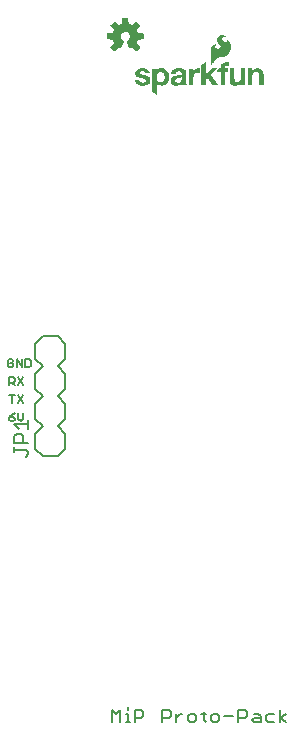
<source format=gbr>
G04 EAGLE Gerber RS-274X export*
G75*
%MOMM*%
%FSLAX34Y34*%
%LPD*%
%INSilkscreen Top*%
%IPPOS*%
%AMOC8*
5,1,8,0,0,1.08239X$1,22.5*%
G01*
%ADD10C,0.203200*%
%ADD11C,0.127000*%

G36*
X-54180Y584346D02*
X-54180Y584346D01*
X-54072Y584356D01*
X-54059Y584362D01*
X-54046Y584364D01*
X-53948Y584412D01*
X-53849Y584457D01*
X-53836Y584468D01*
X-53827Y584472D01*
X-53812Y584488D01*
X-53735Y584550D01*
X-51150Y587135D01*
X-51087Y587224D01*
X-51021Y587309D01*
X-51016Y587322D01*
X-51008Y587334D01*
X-50977Y587437D01*
X-50941Y587540D01*
X-50941Y587554D01*
X-50937Y587567D01*
X-50941Y587675D01*
X-50940Y587784D01*
X-50945Y587797D01*
X-50945Y587811D01*
X-50983Y587913D01*
X-51018Y588015D01*
X-51027Y588030D01*
X-51031Y588039D01*
X-51045Y588056D01*
X-51099Y588138D01*
X-53863Y591528D01*
X-53306Y592610D01*
X-53300Y592630D01*
X-53258Y592725D01*
X-52887Y593884D01*
X-48536Y594327D01*
X-48432Y594355D01*
X-48326Y594380D01*
X-48314Y594387D01*
X-48301Y594390D01*
X-48211Y594451D01*
X-48118Y594508D01*
X-48110Y594519D01*
X-48098Y594527D01*
X-48032Y594613D01*
X-47964Y594697D01*
X-47959Y594710D01*
X-47950Y594721D01*
X-47916Y594824D01*
X-47877Y594925D01*
X-47876Y594943D01*
X-47872Y594952D01*
X-47873Y594974D01*
X-47863Y595072D01*
X-47863Y598728D01*
X-47880Y598835D01*
X-47894Y598943D01*
X-47900Y598955D01*
X-47902Y598969D01*
X-47954Y599065D01*
X-48001Y599162D01*
X-48011Y599172D01*
X-48017Y599184D01*
X-48097Y599258D01*
X-48173Y599335D01*
X-48185Y599341D01*
X-48196Y599351D01*
X-48294Y599396D01*
X-48391Y599444D01*
X-48409Y599448D01*
X-48418Y599452D01*
X-48439Y599454D01*
X-48536Y599473D01*
X-52887Y599916D01*
X-53258Y601075D01*
X-53267Y601092D01*
X-53269Y601100D01*
X-53273Y601107D01*
X-53306Y601190D01*
X-53863Y602272D01*
X-51099Y605662D01*
X-51045Y605756D01*
X-50988Y605848D01*
X-50985Y605861D01*
X-50978Y605873D01*
X-50957Y605980D01*
X-50932Y606085D01*
X-50934Y606099D01*
X-50931Y606113D01*
X-50946Y606220D01*
X-50956Y606328D01*
X-50962Y606341D01*
X-50964Y606355D01*
X-51012Y606452D01*
X-51057Y606551D01*
X-51068Y606564D01*
X-51072Y606573D01*
X-51088Y606588D01*
X-51150Y606665D01*
X-53735Y609250D01*
X-53824Y609313D01*
X-53909Y609379D01*
X-53922Y609384D01*
X-53934Y609392D01*
X-54037Y609423D01*
X-54140Y609459D01*
X-54154Y609459D01*
X-54167Y609463D01*
X-54275Y609459D01*
X-54384Y609460D01*
X-54397Y609455D01*
X-54411Y609455D01*
X-54513Y609417D01*
X-54615Y609382D01*
X-54630Y609373D01*
X-54639Y609369D01*
X-54656Y609355D01*
X-54738Y609301D01*
X-58128Y606537D01*
X-59210Y607094D01*
X-59230Y607100D01*
X-59325Y607142D01*
X-60484Y607513D01*
X-60927Y611864D01*
X-60955Y611968D01*
X-60980Y612074D01*
X-60987Y612086D01*
X-60990Y612099D01*
X-61051Y612189D01*
X-61108Y612282D01*
X-61119Y612290D01*
X-61127Y612302D01*
X-61213Y612368D01*
X-61297Y612437D01*
X-61310Y612441D01*
X-61321Y612450D01*
X-61424Y612484D01*
X-61525Y612523D01*
X-61543Y612524D01*
X-61552Y612528D01*
X-61574Y612528D01*
X-61672Y612537D01*
X-65328Y612537D01*
X-65435Y612520D01*
X-65543Y612506D01*
X-65555Y612500D01*
X-65569Y612498D01*
X-65665Y612446D01*
X-65762Y612399D01*
X-65772Y612389D01*
X-65784Y612383D01*
X-65858Y612303D01*
X-65935Y612227D01*
X-65941Y612215D01*
X-65951Y612205D01*
X-65996Y612106D01*
X-66044Y612009D01*
X-66048Y611991D01*
X-66052Y611982D01*
X-66054Y611961D01*
X-66073Y611864D01*
X-66516Y607513D01*
X-67675Y607142D01*
X-67693Y607132D01*
X-67790Y607094D01*
X-68872Y606537D01*
X-72262Y609301D01*
X-72356Y609355D01*
X-72448Y609412D01*
X-72461Y609415D01*
X-72473Y609422D01*
X-72580Y609443D01*
X-72685Y609468D01*
X-72699Y609466D01*
X-72713Y609469D01*
X-72820Y609454D01*
X-72928Y609444D01*
X-72941Y609438D01*
X-72955Y609436D01*
X-73052Y609388D01*
X-73151Y609343D01*
X-73164Y609332D01*
X-73173Y609328D01*
X-73188Y609312D01*
X-73265Y609250D01*
X-75850Y606665D01*
X-75913Y606576D01*
X-75979Y606491D01*
X-75984Y606478D01*
X-75992Y606466D01*
X-76023Y606363D01*
X-76059Y606260D01*
X-76059Y606246D01*
X-76063Y606233D01*
X-76059Y606125D01*
X-76060Y606016D01*
X-76055Y606003D01*
X-76055Y605989D01*
X-76017Y605887D01*
X-75982Y605785D01*
X-75973Y605770D01*
X-75969Y605761D01*
X-75955Y605744D01*
X-75901Y605662D01*
X-73137Y602272D01*
X-73694Y601190D01*
X-73700Y601170D01*
X-73742Y601075D01*
X-74113Y599916D01*
X-78464Y599473D01*
X-78568Y599445D01*
X-78674Y599420D01*
X-78686Y599413D01*
X-78699Y599410D01*
X-78789Y599349D01*
X-78882Y599292D01*
X-78890Y599281D01*
X-78902Y599273D01*
X-78968Y599187D01*
X-79037Y599103D01*
X-79041Y599090D01*
X-79050Y599079D01*
X-79084Y598976D01*
X-79123Y598875D01*
X-79124Y598857D01*
X-79128Y598848D01*
X-79128Y598826D01*
X-79137Y598728D01*
X-79137Y595072D01*
X-79120Y594965D01*
X-79106Y594857D01*
X-79100Y594845D01*
X-79098Y594831D01*
X-79046Y594735D01*
X-78999Y594638D01*
X-78989Y594628D01*
X-78983Y594616D01*
X-78903Y594542D01*
X-78827Y594465D01*
X-78815Y594459D01*
X-78805Y594449D01*
X-78706Y594404D01*
X-78609Y594356D01*
X-78591Y594352D01*
X-78582Y594348D01*
X-78561Y594346D01*
X-78464Y594327D01*
X-74113Y593884D01*
X-73742Y592725D01*
X-73732Y592707D01*
X-73694Y592610D01*
X-73137Y591528D01*
X-75901Y588138D01*
X-75955Y588044D01*
X-76012Y587952D01*
X-76015Y587939D01*
X-76022Y587927D01*
X-76043Y587820D01*
X-76068Y587715D01*
X-76066Y587701D01*
X-76069Y587687D01*
X-76054Y587580D01*
X-76044Y587472D01*
X-76038Y587459D01*
X-76036Y587446D01*
X-75988Y587348D01*
X-75943Y587249D01*
X-75932Y587236D01*
X-75928Y587227D01*
X-75912Y587212D01*
X-75850Y587135D01*
X-73265Y584550D01*
X-73176Y584487D01*
X-73091Y584421D01*
X-73078Y584416D01*
X-73066Y584408D01*
X-72963Y584377D01*
X-72860Y584341D01*
X-72846Y584341D01*
X-72833Y584337D01*
X-72725Y584341D01*
X-72616Y584340D01*
X-72603Y584345D01*
X-72589Y584345D01*
X-72487Y584383D01*
X-72385Y584418D01*
X-72370Y584427D01*
X-72361Y584431D01*
X-72344Y584445D01*
X-72262Y584499D01*
X-68872Y587263D01*
X-67790Y586706D01*
X-67737Y586689D01*
X-67688Y586663D01*
X-67622Y586652D01*
X-67558Y586631D01*
X-67502Y586632D01*
X-67448Y586623D01*
X-67381Y586634D01*
X-67314Y586635D01*
X-67262Y586653D01*
X-67207Y586662D01*
X-67147Y586694D01*
X-67084Y586717D01*
X-67041Y586751D01*
X-66992Y586777D01*
X-66945Y586826D01*
X-66893Y586868D01*
X-66863Y586915D01*
X-66825Y586955D01*
X-66768Y587060D01*
X-66760Y587073D01*
X-66759Y587078D01*
X-66755Y587085D01*
X-64602Y592282D01*
X-64582Y592366D01*
X-64577Y592378D01*
X-64575Y592394D01*
X-64550Y592480D01*
X-64551Y592500D01*
X-64546Y592520D01*
X-64554Y592602D01*
X-64553Y592621D01*
X-64557Y592641D01*
X-64561Y592724D01*
X-64568Y592743D01*
X-64570Y592763D01*
X-64602Y592832D01*
X-64608Y592859D01*
X-64623Y592883D01*
X-64650Y592952D01*
X-64663Y592967D01*
X-64671Y592985D01*
X-64716Y593034D01*
X-64737Y593066D01*
X-64768Y593092D01*
X-64807Y593138D01*
X-64828Y593153D01*
X-64838Y593163D01*
X-64859Y593175D01*
X-64922Y593219D01*
X-64925Y593221D01*
X-64926Y593221D01*
X-64928Y593223D01*
X-65812Y593718D01*
X-66491Y594345D01*
X-67005Y595114D01*
X-67325Y595982D01*
X-67433Y596899D01*
X-67320Y597834D01*
X-66989Y598715D01*
X-66457Y599492D01*
X-65756Y600121D01*
X-64926Y600564D01*
X-64014Y600798D01*
X-63073Y600808D01*
X-62156Y600594D01*
X-61316Y600169D01*
X-60602Y599556D01*
X-60053Y598791D01*
X-59702Y597917D01*
X-59569Y596985D01*
X-59661Y596048D01*
X-59973Y595160D01*
X-60488Y594372D01*
X-61175Y593728D01*
X-62074Y593222D01*
X-62115Y593189D01*
X-62156Y593167D01*
X-62187Y593134D01*
X-62235Y593099D01*
X-62248Y593082D01*
X-62264Y593069D01*
X-62299Y593015D01*
X-62323Y592989D01*
X-62336Y592958D01*
X-62378Y592901D01*
X-62384Y592881D01*
X-62395Y592863D01*
X-62413Y592790D01*
X-62423Y592767D01*
X-62426Y592743D01*
X-62449Y592668D01*
X-62448Y592647D01*
X-62453Y592626D01*
X-62446Y592542D01*
X-62447Y592524D01*
X-62444Y592508D01*
X-62441Y592424D01*
X-62433Y592398D01*
X-62432Y592383D01*
X-62422Y592361D01*
X-62398Y592282D01*
X-62090Y591537D01*
X-62089Y591537D01*
X-61779Y590788D01*
X-61469Y590039D01*
X-61469Y590038D01*
X-61158Y589290D01*
X-61158Y589289D01*
X-60848Y588540D01*
X-60538Y587791D01*
X-60537Y587791D01*
X-60245Y587085D01*
X-60216Y587038D01*
X-60195Y586986D01*
X-60152Y586935D01*
X-60116Y586878D01*
X-60073Y586843D01*
X-60037Y586800D01*
X-59980Y586766D01*
X-59928Y586723D01*
X-59876Y586704D01*
X-59828Y586675D01*
X-59762Y586661D01*
X-59699Y586637D01*
X-59644Y586635D01*
X-59590Y586624D01*
X-59523Y586631D01*
X-59456Y586629D01*
X-59402Y586645D01*
X-59347Y586652D01*
X-59236Y586696D01*
X-59222Y586700D01*
X-59218Y586703D01*
X-59210Y586706D01*
X-58128Y587263D01*
X-54738Y584499D01*
X-54644Y584445D01*
X-54552Y584388D01*
X-54539Y584385D01*
X-54527Y584378D01*
X-54420Y584357D01*
X-54315Y584332D01*
X-54301Y584334D01*
X-54287Y584331D01*
X-54180Y584346D01*
G37*
G36*
X9012Y572597D02*
X9012Y572597D01*
X9014Y572597D01*
X9214Y572897D01*
X9514Y573196D01*
X9514Y573197D01*
X9814Y573597D01*
X10314Y574096D01*
X10314Y574097D01*
X10814Y574697D01*
X11414Y575296D01*
X11414Y575297D01*
X11914Y575997D01*
X13214Y577296D01*
X13214Y577297D01*
X13713Y577896D01*
X14213Y578296D01*
X14713Y578696D01*
X15212Y578995D01*
X15810Y579095D01*
X17710Y579095D01*
X17711Y579095D01*
X18911Y579295D01*
X20011Y579595D01*
X20012Y579596D01*
X20012Y579595D01*
X21012Y579995D01*
X21012Y579996D01*
X21013Y579996D01*
X22013Y580596D01*
X22813Y581296D01*
X22814Y581296D01*
X23614Y582096D01*
X23614Y582097D01*
X24314Y582997D01*
X24314Y582998D01*
X25314Y584798D01*
X25315Y584799D01*
X25815Y586599D01*
X25814Y586599D01*
X25815Y586600D01*
X25915Y588400D01*
X25915Y588401D01*
X25615Y590001D01*
X25614Y590001D01*
X25615Y590002D01*
X25115Y591402D01*
X25114Y591402D01*
X25114Y591403D01*
X24414Y592603D01*
X23614Y593503D01*
X23613Y593503D01*
X23612Y593504D01*
X22812Y593904D01*
X22811Y593904D01*
X22811Y593905D01*
X22809Y593904D01*
X22806Y593903D01*
X22806Y593901D01*
X22805Y593900D01*
X22805Y593101D01*
X22705Y592802D01*
X22606Y592503D01*
X22308Y592305D01*
X22009Y592205D01*
X21311Y592205D01*
X20512Y592604D01*
X20213Y592804D01*
X19813Y593104D01*
X19513Y593304D01*
X19214Y593603D01*
X19014Y594002D01*
X19014Y594003D01*
X18815Y594302D01*
X18715Y594701D01*
X18715Y594702D01*
X18615Y595000D01*
X18715Y595298D01*
X18814Y595498D01*
X18815Y595498D01*
X18915Y595798D01*
X19114Y596097D01*
X19513Y596396D01*
X19912Y596595D01*
X20411Y596695D01*
X20811Y596795D01*
X21109Y596795D01*
X21408Y596695D01*
X21409Y596696D01*
X21410Y596695D01*
X21710Y596695D01*
X21711Y596696D01*
X21713Y596696D01*
X21713Y596698D01*
X21715Y596699D01*
X21713Y596701D01*
X21714Y596704D01*
X21614Y596804D01*
X21613Y596804D01*
X21213Y597104D01*
X21212Y597104D01*
X20612Y597404D01*
X20612Y597405D01*
X19812Y597705D01*
X18912Y598005D01*
X18911Y598004D01*
X18910Y598005D01*
X17910Y598005D01*
X17909Y598005D01*
X16809Y597805D01*
X16808Y597804D01*
X15708Y597204D01*
X15707Y597204D01*
X14807Y596404D01*
X14807Y596403D01*
X14806Y596403D01*
X14306Y595703D01*
X14306Y595702D01*
X14305Y595702D01*
X14005Y594802D01*
X14005Y594801D01*
X14006Y594801D01*
X14005Y594800D01*
X14005Y594000D01*
X14006Y593999D01*
X14005Y593999D01*
X14205Y593099D01*
X14206Y593098D01*
X14706Y592198D01*
X14706Y592197D01*
X15406Y591397D01*
X16206Y590497D01*
X16906Y589697D01*
X17205Y588999D01*
X17205Y588301D01*
X17006Y587703D01*
X16607Y587204D01*
X16008Y586805D01*
X15209Y586605D01*
X14410Y586605D01*
X13911Y586705D01*
X13412Y586904D01*
X13113Y587104D01*
X12814Y587403D01*
X12615Y587802D01*
X12515Y588101D01*
X12515Y588399D01*
X12615Y588698D01*
X12814Y588997D01*
X13213Y589396D01*
X13512Y589495D01*
X13512Y589496D01*
X13912Y589696D01*
X13913Y589697D01*
X13914Y589696D01*
X14014Y589796D01*
X14014Y589797D01*
X14014Y589799D01*
X14014Y589803D01*
X14013Y589803D01*
X14012Y589804D01*
X13812Y589904D01*
X13811Y589904D01*
X13810Y589905D01*
X13611Y589905D01*
X13211Y590005D01*
X13210Y590004D01*
X13210Y590005D01*
X12410Y590005D01*
X12409Y590005D01*
X11809Y589905D01*
X11809Y589904D01*
X11808Y589905D01*
X10808Y589505D01*
X10808Y589504D01*
X10807Y589504D01*
X10407Y589204D01*
X9907Y588904D01*
X9907Y588903D01*
X9906Y588903D01*
X9606Y588403D01*
X9606Y588402D01*
X9306Y587802D01*
X9305Y587802D01*
X9105Y587202D01*
X9106Y587201D01*
X9105Y587201D01*
X8905Y585401D01*
X8905Y585400D01*
X8905Y572600D01*
X8909Y572595D01*
X8910Y572595D01*
X9010Y572595D01*
X9012Y572597D01*
G37*
G36*
X-36789Y547096D02*
X-36789Y547096D01*
X-36787Y547096D01*
X-36787Y547098D01*
X-36785Y547100D01*
X-36785Y557295D01*
X-36692Y557295D01*
X-36294Y556797D01*
X-35894Y556297D01*
X-35893Y556297D01*
X-35893Y556296D01*
X-34893Y555696D01*
X-34892Y555696D01*
X-34292Y555396D01*
X-34291Y555396D01*
X-34291Y555395D01*
X-32491Y555095D01*
X-32490Y555096D01*
X-32489Y555095D01*
X-30989Y555295D01*
X-30989Y555296D01*
X-30988Y555295D01*
X-29788Y555695D01*
X-29788Y555696D01*
X-29787Y555696D01*
X-28687Y556496D01*
X-28687Y556497D01*
X-28686Y556496D01*
X-27786Y557396D01*
X-27786Y557397D01*
X-27786Y557398D01*
X-27186Y558498D01*
X-27185Y558498D01*
X-26685Y559698D01*
X-26686Y559699D01*
X-26685Y559699D01*
X-26385Y560999D01*
X-26385Y561000D01*
X-26383Y561023D01*
X-26383Y561024D01*
X-26382Y561038D01*
X-26378Y561093D01*
X-26377Y561108D01*
X-26373Y561163D01*
X-26372Y561178D01*
X-26368Y561232D01*
X-26367Y561247D01*
X-26363Y561302D01*
X-26362Y561317D01*
X-26359Y561371D01*
X-26358Y561371D01*
X-26359Y561371D01*
X-26357Y561386D01*
X-26354Y561441D01*
X-26352Y561456D01*
X-26349Y561510D01*
X-26348Y561525D01*
X-26347Y561525D01*
X-26344Y561580D01*
X-26343Y561595D01*
X-26339Y561650D01*
X-26338Y561664D01*
X-26334Y561719D01*
X-26333Y561734D01*
X-26329Y561789D01*
X-26328Y561804D01*
X-26324Y561858D01*
X-26323Y561873D01*
X-26319Y561928D01*
X-26318Y561943D01*
X-26314Y561997D01*
X-26313Y562012D01*
X-26309Y562067D01*
X-26308Y562082D01*
X-26304Y562136D01*
X-26304Y562137D01*
X-26303Y562151D01*
X-26299Y562206D01*
X-26298Y562221D01*
X-26294Y562276D01*
X-26293Y562291D01*
X-26289Y562345D01*
X-26288Y562360D01*
X-26285Y562400D01*
X-26385Y563900D01*
X-26385Y563901D01*
X-26685Y565301D01*
X-27085Y566601D01*
X-27086Y566602D01*
X-27086Y566603D01*
X-27786Y567703D01*
X-28686Y568703D01*
X-28687Y568703D01*
X-28687Y568704D01*
X-29787Y569404D01*
X-29788Y569404D01*
X-29788Y569405D01*
X-31188Y569905D01*
X-31189Y569904D01*
X-31190Y569905D01*
X-31213Y569907D01*
X-31214Y569907D01*
X-31288Y569912D01*
X-31363Y569917D01*
X-31437Y569921D01*
X-31512Y569926D01*
X-31586Y569931D01*
X-31661Y569936D01*
X-31735Y569941D01*
X-31810Y569946D01*
X-31884Y569951D01*
X-31959Y569956D01*
X-32033Y569961D01*
X-32108Y569966D01*
X-32182Y569971D01*
X-32257Y569976D01*
X-32331Y569981D01*
X-32332Y569981D01*
X-32406Y569986D01*
X-32480Y569991D01*
X-32481Y569991D01*
X-32555Y569996D01*
X-32630Y570001D01*
X-32690Y570005D01*
X-33390Y570005D01*
X-33391Y570005D01*
X-34591Y569805D01*
X-34592Y569804D01*
X-34593Y569804D01*
X-35593Y569204D01*
X-36093Y568804D01*
X-36094Y568804D01*
X-36494Y568404D01*
X-36494Y568403D01*
X-36885Y567914D01*
X-36885Y569700D01*
X-36886Y569701D01*
X-36889Y569705D01*
X-36890Y569704D01*
X-36891Y569705D01*
X-37891Y569505D01*
X-38291Y569405D01*
X-38791Y569305D01*
X-39191Y569205D01*
X-39690Y569205D01*
X-39691Y569205D01*
X-40191Y569105D01*
X-40591Y569005D01*
X-40594Y569001D01*
X-40595Y569000D01*
X-40595Y550500D01*
X-40593Y550498D01*
X-40593Y550496D01*
X-40093Y550096D01*
X-39194Y549196D01*
X-39193Y549196D01*
X-37693Y547996D01*
X-36794Y547096D01*
X-36792Y547096D01*
X-36791Y547095D01*
X-36789Y547096D01*
G37*
G36*
X-19689Y555096D02*
X-19689Y555096D01*
X-19688Y555095D01*
X-19389Y555195D01*
X-18990Y555195D01*
X-18989Y555196D01*
X-18988Y555195D01*
X-18689Y555295D01*
X-18390Y555295D01*
X-18389Y555296D01*
X-18388Y555295D01*
X-17188Y555695D01*
X-17188Y555696D01*
X-17187Y555696D01*
X-16888Y555896D01*
X-16588Y555995D01*
X-16588Y555996D01*
X-16587Y555996D01*
X-16287Y556196D01*
X-16287Y556197D01*
X-16286Y556196D01*
X-16087Y556396D01*
X-15787Y556596D01*
X-15787Y556597D01*
X-15786Y556597D01*
X-15595Y556884D01*
X-15595Y556300D01*
X-15593Y556298D01*
X-15594Y556296D01*
X-15495Y556198D01*
X-15495Y555900D01*
X-15493Y555898D01*
X-15494Y555896D01*
X-15395Y555798D01*
X-15395Y555700D01*
X-15393Y555698D01*
X-15394Y555696D01*
X-15295Y555598D01*
X-15295Y555500D01*
X-15291Y555495D01*
X-15290Y555495D01*
X-11390Y555495D01*
X-11385Y555499D01*
X-11385Y555500D01*
X-11385Y555600D01*
X-11387Y555602D01*
X-11386Y555604D01*
X-11486Y555703D01*
X-11585Y555901D01*
X-11585Y556200D01*
X-11586Y556201D01*
X-11586Y556202D01*
X-11685Y556401D01*
X-11685Y556600D01*
X-11686Y556601D01*
X-11686Y556602D01*
X-11785Y556801D01*
X-11785Y557700D01*
X-11786Y557701D01*
X-11786Y557702D01*
X-11885Y557901D01*
X-11885Y566600D01*
X-11885Y566601D01*
X-11985Y567101D01*
X-11986Y567101D01*
X-11985Y567102D01*
X-12185Y567602D01*
X-12186Y567602D01*
X-12386Y568002D01*
X-12386Y568003D01*
X-12686Y568403D01*
X-12687Y568403D01*
X-12687Y568404D01*
X-13887Y569304D01*
X-13888Y569304D01*
X-13888Y569305D01*
X-14388Y569505D01*
X-14389Y569504D01*
X-14389Y569505D01*
X-14889Y569605D01*
X-15388Y569805D01*
X-15389Y569804D01*
X-15389Y569805D01*
X-15889Y569905D01*
X-15890Y569905D01*
X-16490Y569905D01*
X-16989Y570005D01*
X-16990Y570005D01*
X-19290Y570005D01*
X-19291Y570005D01*
X-19791Y569905D01*
X-20391Y569805D01*
X-20391Y569804D01*
X-20392Y569805D01*
X-20991Y569605D01*
X-21491Y569505D01*
X-21491Y569504D01*
X-21492Y569505D01*
X-21992Y569305D01*
X-21992Y569304D01*
X-21993Y569304D01*
X-22993Y568704D01*
X-23393Y568404D01*
X-23393Y568403D01*
X-23394Y568403D01*
X-23694Y568003D01*
X-23994Y567503D01*
X-24294Y567103D01*
X-24294Y567102D01*
X-24295Y567102D01*
X-24495Y566502D01*
X-24495Y566501D01*
X-24495Y566499D01*
X-24497Y566489D01*
X-24499Y566479D01*
X-24500Y566469D01*
X-24502Y566459D01*
X-24504Y566449D01*
X-24505Y566439D01*
X-24507Y566429D01*
X-24508Y566419D01*
X-24509Y566419D01*
X-24508Y566419D01*
X-24510Y566410D01*
X-24510Y566409D01*
X-24512Y566400D01*
X-24513Y566390D01*
X-24515Y566380D01*
X-24517Y566370D01*
X-24518Y566360D01*
X-24520Y566350D01*
X-24522Y566340D01*
X-24523Y566330D01*
X-24525Y566320D01*
X-24527Y566310D01*
X-24528Y566300D01*
X-24530Y566290D01*
X-24532Y566280D01*
X-24533Y566270D01*
X-24535Y566260D01*
X-24537Y566251D01*
X-24537Y566250D01*
X-24538Y566241D01*
X-24540Y566231D01*
X-24542Y566221D01*
X-24543Y566211D01*
X-24545Y566201D01*
X-24547Y566191D01*
X-24548Y566181D01*
X-24550Y566171D01*
X-24552Y566161D01*
X-24553Y566151D01*
X-24555Y566141D01*
X-24557Y566131D01*
X-24558Y566121D01*
X-24560Y566111D01*
X-24561Y566101D01*
X-24562Y566101D01*
X-24561Y566101D01*
X-24563Y566092D01*
X-24563Y566091D01*
X-24565Y566082D01*
X-24566Y566072D01*
X-24568Y566062D01*
X-24570Y566052D01*
X-24571Y566042D01*
X-24573Y566032D01*
X-24575Y566022D01*
X-24576Y566012D01*
X-24578Y566002D01*
X-24580Y565992D01*
X-24581Y565982D01*
X-24583Y565972D01*
X-24585Y565962D01*
X-24586Y565952D01*
X-24588Y565942D01*
X-24590Y565933D01*
X-24590Y565932D01*
X-24591Y565923D01*
X-24593Y565913D01*
X-24595Y565903D01*
X-24595Y565901D01*
X-24596Y565893D01*
X-24598Y565883D01*
X-24600Y565873D01*
X-24601Y565863D01*
X-24603Y565853D01*
X-24605Y565843D01*
X-24606Y565833D01*
X-24608Y565823D01*
X-24610Y565813D01*
X-24611Y565803D01*
X-24613Y565793D01*
X-24614Y565783D01*
X-24615Y565783D01*
X-24614Y565783D01*
X-24616Y565774D01*
X-24616Y565773D01*
X-24618Y565764D01*
X-24619Y565754D01*
X-24621Y565744D01*
X-24623Y565734D01*
X-24624Y565724D01*
X-24626Y565714D01*
X-24628Y565704D01*
X-24629Y565694D01*
X-24631Y565684D01*
X-24633Y565674D01*
X-24634Y565664D01*
X-24636Y565654D01*
X-24638Y565644D01*
X-24639Y565634D01*
X-24641Y565624D01*
X-24643Y565615D01*
X-24643Y565614D01*
X-24644Y565605D01*
X-24646Y565595D01*
X-24648Y565585D01*
X-24649Y565575D01*
X-24651Y565565D01*
X-24653Y565555D01*
X-24654Y565545D01*
X-24656Y565535D01*
X-24658Y565525D01*
X-24659Y565515D01*
X-24661Y565505D01*
X-24663Y565495D01*
X-24664Y565485D01*
X-24666Y565475D01*
X-24667Y565465D01*
X-24668Y565465D01*
X-24667Y565465D01*
X-24669Y565456D01*
X-24669Y565455D01*
X-24671Y565446D01*
X-24672Y565436D01*
X-24674Y565426D01*
X-24676Y565416D01*
X-24677Y565406D01*
X-24679Y565396D01*
X-24681Y565386D01*
X-24682Y565376D01*
X-24684Y565366D01*
X-24686Y565356D01*
X-24687Y565346D01*
X-24689Y565336D01*
X-24691Y565326D01*
X-24692Y565316D01*
X-24694Y565306D01*
X-24695Y565301D01*
X-24694Y565300D01*
X-24691Y565295D01*
X-24691Y565296D01*
X-24690Y565295D01*
X-20790Y565295D01*
X-20785Y565299D01*
X-20785Y565300D01*
X-20785Y565799D01*
X-20686Y565998D01*
X-20685Y565998D01*
X-20585Y566298D01*
X-20486Y566497D01*
X-20087Y566896D01*
X-19089Y567395D01*
X-17291Y567395D01*
X-17092Y567296D01*
X-17091Y567296D01*
X-17090Y567295D01*
X-16891Y567295D01*
X-16294Y566996D01*
X-16194Y566798D01*
X-16193Y566797D01*
X-16194Y566796D01*
X-16094Y566697D01*
X-15795Y566099D01*
X-15795Y565002D01*
X-16093Y564604D01*
X-16592Y564305D01*
X-17191Y564105D01*
X-17891Y563905D01*
X-18591Y563805D01*
X-21291Y563505D01*
X-22091Y563305D01*
X-22092Y563305D01*
X-22892Y563005D01*
X-22892Y563004D01*
X-23592Y562604D01*
X-23593Y562604D01*
X-24293Y562004D01*
X-24293Y562003D01*
X-24294Y562002D01*
X-24694Y561302D01*
X-24695Y561302D01*
X-24995Y560402D01*
X-24995Y560401D01*
X-25195Y559301D01*
X-25194Y559300D01*
X-25195Y559299D01*
X-25095Y558800D01*
X-25095Y558300D01*
X-25094Y558299D01*
X-25094Y558298D01*
X-24895Y557898D01*
X-24795Y557399D01*
X-24794Y557398D01*
X-24794Y557397D01*
X-24594Y557097D01*
X-24294Y556697D01*
X-24094Y556397D01*
X-24094Y556396D01*
X-23794Y556096D01*
X-23792Y556096D01*
X-23392Y555896D01*
X-23093Y555696D01*
X-23092Y555696D01*
X-22692Y555496D01*
X-22692Y555495D01*
X-22192Y555295D01*
X-22191Y555296D01*
X-22191Y555295D01*
X-21791Y555195D01*
X-21790Y555196D01*
X-21790Y555195D01*
X-21291Y555195D01*
X-20791Y555095D01*
X-20790Y555095D01*
X-19690Y555095D01*
X-19689Y555096D01*
G37*
G36*
X4815Y555499D02*
X4815Y555499D01*
X4815Y555500D01*
X4815Y560398D01*
X6309Y561792D01*
X10206Y555497D01*
X10209Y555496D01*
X10210Y555495D01*
X14910Y555495D01*
X14911Y555496D01*
X14912Y555496D01*
X14913Y555497D01*
X14915Y555499D01*
X14914Y555501D01*
X14914Y555503D01*
X9016Y564499D01*
X14314Y569696D01*
X14314Y569698D01*
X14315Y569699D01*
X14314Y569701D01*
X14314Y569703D01*
X14312Y569703D01*
X14310Y569705D01*
X9710Y569705D01*
X9708Y569703D01*
X9706Y569703D01*
X4815Y564612D01*
X4815Y575000D01*
X4814Y575001D01*
X4815Y575002D01*
X4813Y575002D01*
X4811Y575005D01*
X4809Y575004D01*
X4808Y575004D01*
X908Y572904D01*
X907Y572902D01*
X906Y572901D01*
X905Y572900D01*
X905Y555500D01*
X909Y555495D01*
X910Y555495D01*
X4810Y555495D01*
X4815Y555499D01*
G37*
G36*
X44215Y555499D02*
X44215Y555499D01*
X44215Y555500D01*
X44215Y563900D01*
X44315Y564799D01*
X44614Y565498D01*
X44914Y565997D01*
X45313Y566496D01*
X45812Y566795D01*
X46411Y566895D01*
X47210Y566995D01*
X47809Y566895D01*
X48308Y566795D01*
X48807Y566496D01*
X49106Y566097D01*
X49405Y565598D01*
X49505Y564999D01*
X49605Y564299D01*
X49705Y563500D01*
X49705Y555500D01*
X49709Y555495D01*
X49710Y555495D01*
X53610Y555495D01*
X53615Y555499D01*
X53615Y555500D01*
X53615Y564200D01*
X53515Y565500D01*
X53515Y565501D01*
X53315Y566601D01*
X53015Y567601D01*
X53014Y567602D01*
X53014Y567603D01*
X52514Y568403D01*
X52514Y568404D01*
X51814Y569104D01*
X51813Y569104D01*
X51812Y569104D01*
X50912Y569604D01*
X50911Y569605D01*
X49811Y569905D01*
X49810Y569905D01*
X49749Y569909D01*
X49679Y569914D01*
X49610Y569919D01*
X49540Y569924D01*
X49471Y569929D01*
X49470Y569929D01*
X49401Y569934D01*
X49331Y569939D01*
X49262Y569944D01*
X49192Y569949D01*
X49123Y569954D01*
X49053Y569959D01*
X48984Y569964D01*
X48983Y569964D01*
X48914Y569969D01*
X48844Y569974D01*
X48775Y569979D01*
X48705Y569984D01*
X48636Y569989D01*
X48566Y569994D01*
X48497Y569999D01*
X48427Y570004D01*
X48410Y570005D01*
X47810Y570005D01*
X47809Y570005D01*
X47209Y569905D01*
X47209Y569904D01*
X47208Y569905D01*
X46008Y569505D01*
X46008Y569504D01*
X46007Y569504D01*
X45407Y569104D01*
X44907Y568704D01*
X44906Y568704D01*
X44506Y568304D01*
X44506Y568303D01*
X44107Y567705D01*
X44015Y567705D01*
X44015Y569700D01*
X44011Y569705D01*
X44010Y569705D01*
X40310Y569705D01*
X40305Y569701D01*
X40305Y569700D01*
X40305Y555500D01*
X40309Y555495D01*
X40310Y555495D01*
X44210Y555495D01*
X44215Y555499D01*
G37*
G36*
X30110Y555096D02*
X30110Y555096D01*
X30111Y555095D01*
X30711Y555195D01*
X31411Y555295D01*
X31411Y555296D01*
X31412Y555295D01*
X32012Y555495D01*
X32512Y555695D01*
X32512Y555696D01*
X33112Y555996D01*
X33113Y555996D01*
X33613Y556396D01*
X33613Y556397D01*
X33614Y556397D01*
X34014Y556897D01*
X34413Y557495D01*
X34505Y557495D01*
X34505Y555500D01*
X34509Y555495D01*
X34510Y555495D01*
X38210Y555495D01*
X38215Y555499D01*
X38215Y555500D01*
X38215Y569700D01*
X38211Y569705D01*
X38210Y569705D01*
X34310Y569705D01*
X34305Y569701D01*
X34305Y569700D01*
X34305Y561200D01*
X34304Y561192D01*
X34303Y561187D01*
X34303Y561182D01*
X34299Y561153D01*
X34298Y561148D01*
X34298Y561143D01*
X34294Y561113D01*
X34293Y561108D01*
X34293Y561103D01*
X34289Y561073D01*
X34289Y561068D01*
X34288Y561068D01*
X34289Y561068D01*
X34288Y561063D01*
X34284Y561033D01*
X34284Y561028D01*
X34283Y561023D01*
X34279Y560994D01*
X34279Y560989D01*
X34278Y560984D01*
X34274Y560954D01*
X34274Y560949D01*
X34273Y560944D01*
X34269Y560914D01*
X34269Y560909D01*
X34268Y560904D01*
X34264Y560874D01*
X34264Y560869D01*
X34263Y560864D01*
X34259Y560835D01*
X34259Y560830D01*
X34258Y560825D01*
X34254Y560795D01*
X34254Y560790D01*
X34253Y560785D01*
X34249Y560755D01*
X34249Y560750D01*
X34248Y560745D01*
X34244Y560715D01*
X34244Y560710D01*
X34243Y560705D01*
X34239Y560676D01*
X34239Y560671D01*
X34238Y560666D01*
X34234Y560636D01*
X34234Y560631D01*
X34233Y560626D01*
X34230Y560596D01*
X34229Y560596D01*
X34230Y560596D01*
X34229Y560591D01*
X34228Y560586D01*
X34225Y560556D01*
X34224Y560551D01*
X34223Y560546D01*
X34220Y560517D01*
X34219Y560512D01*
X34218Y560507D01*
X34215Y560477D01*
X34214Y560472D01*
X34213Y560467D01*
X34210Y560437D01*
X34209Y560432D01*
X34208Y560427D01*
X34205Y560401D01*
X33905Y559702D01*
X33606Y559103D01*
X33207Y558704D01*
X32708Y558405D01*
X32109Y558305D01*
X31310Y558205D01*
X30711Y558305D01*
X30212Y558405D01*
X29713Y558704D01*
X29414Y559103D01*
X29115Y559502D01*
X29015Y560101D01*
X28815Y561700D01*
X28815Y569700D01*
X28811Y569705D01*
X28810Y569705D01*
X25010Y569705D01*
X25005Y569701D01*
X25005Y569700D01*
X25005Y559700D01*
X25005Y559699D01*
X25205Y558599D01*
X25505Y557599D01*
X25506Y557598D01*
X26006Y556698D01*
X26007Y556697D01*
X26007Y556696D01*
X26707Y556096D01*
X26708Y556096D01*
X27608Y555596D01*
X27608Y555595D01*
X28708Y555195D01*
X28709Y555196D01*
X28710Y555195D01*
X30110Y555095D01*
X30110Y555096D01*
G37*
G36*
X-47490Y555195D02*
X-47490Y555195D01*
X-47489Y555195D01*
X-46289Y555395D01*
X-45189Y555695D01*
X-45188Y555696D01*
X-44188Y556196D01*
X-44187Y556196D01*
X-43387Y556896D01*
X-43387Y556897D01*
X-43386Y556897D01*
X-42786Y557697D01*
X-42786Y557698D01*
X-42785Y557698D01*
X-42385Y558798D01*
X-42386Y558799D01*
X-42385Y558799D01*
X-42185Y560099D01*
X-42186Y560100D01*
X-42185Y560101D01*
X-42285Y561001D01*
X-42286Y561001D01*
X-42285Y561002D01*
X-42585Y561702D01*
X-42586Y561702D01*
X-42586Y561703D01*
X-42986Y562303D01*
X-42987Y562303D01*
X-42987Y562304D01*
X-43587Y562804D01*
X-43588Y562804D01*
X-44988Y563604D01*
X-44989Y563604D01*
X-44989Y563605D01*
X-45889Y563805D01*
X-48289Y564405D01*
X-49089Y564505D01*
X-49688Y564705D01*
X-50287Y565004D01*
X-50686Y565304D01*
X-50985Y565702D01*
X-51085Y566101D01*
X-51085Y566498D01*
X-50687Y567096D01*
X-50389Y567195D01*
X-49989Y567295D01*
X-49988Y567295D01*
X-49689Y567395D01*
X-47991Y567395D01*
X-47492Y567196D01*
X-47092Y566996D01*
X-46794Y566796D01*
X-46594Y566498D01*
X-46395Y565999D01*
X-46295Y565499D01*
X-46291Y565496D01*
X-46290Y565495D01*
X-42590Y565495D01*
X-42589Y565496D01*
X-42585Y565499D01*
X-42586Y565500D01*
X-42585Y565501D01*
X-42785Y566701D01*
X-42786Y566701D01*
X-42786Y566702D01*
X-43286Y567702D01*
X-43286Y567703D01*
X-43886Y568503D01*
X-43887Y568503D01*
X-43887Y568504D01*
X-44687Y569104D01*
X-44688Y569104D01*
X-44688Y569105D01*
X-45588Y569505D01*
X-45588Y569504D01*
X-45589Y569505D01*
X-46589Y569805D01*
X-47689Y570005D01*
X-47690Y570005D01*
X-49990Y570005D01*
X-49991Y570005D01*
X-51091Y569805D01*
X-52091Y569605D01*
X-52092Y569604D01*
X-53092Y569104D01*
X-53093Y569104D01*
X-53793Y568504D01*
X-53793Y568503D01*
X-53794Y568503D01*
X-54494Y567703D01*
X-54494Y567702D01*
X-54495Y567702D01*
X-54895Y566702D01*
X-54894Y566701D01*
X-54895Y566700D01*
X-54995Y565500D01*
X-54995Y565499D01*
X-54895Y564599D01*
X-54894Y564599D01*
X-54895Y564598D01*
X-54595Y563898D01*
X-54594Y563898D01*
X-54594Y563897D01*
X-54194Y563297D01*
X-54193Y563297D01*
X-54193Y563296D01*
X-53593Y562896D01*
X-53592Y562896D01*
X-52892Y562496D01*
X-52892Y562495D01*
X-52192Y562195D01*
X-51392Y561895D01*
X-51391Y561896D01*
X-51391Y561895D01*
X-50491Y561695D01*
X-49491Y561495D01*
X-47891Y561095D01*
X-47292Y560896D01*
X-46793Y560596D01*
X-46394Y560297D01*
X-46195Y559898D01*
X-46095Y559500D01*
X-46195Y559101D01*
X-46295Y558703D01*
X-46593Y558404D01*
X-46993Y558104D01*
X-47392Y557905D01*
X-47791Y557805D01*
X-48190Y557805D01*
X-48191Y557804D01*
X-48191Y557805D01*
X-48590Y557705D01*
X-49189Y557805D01*
X-49689Y557905D01*
X-50288Y558005D01*
X-50687Y558304D01*
X-51086Y558604D01*
X-51386Y559003D01*
X-51585Y559501D01*
X-51585Y560100D01*
X-51589Y560105D01*
X-51590Y560105D01*
X-55290Y560105D01*
X-55295Y560101D01*
X-55294Y560100D01*
X-55295Y560099D01*
X-55095Y558799D01*
X-55094Y558799D01*
X-55095Y558798D01*
X-54695Y557798D01*
X-54694Y557798D01*
X-54694Y557797D01*
X-53994Y556897D01*
X-53993Y556897D01*
X-53993Y556896D01*
X-53193Y556196D01*
X-53192Y556196D01*
X-52192Y555696D01*
X-52191Y555695D01*
X-51091Y555395D01*
X-49891Y555195D01*
X-49890Y555195D01*
X-48690Y555095D01*
X-47490Y555195D01*
G37*
G36*
X21115Y555499D02*
X21115Y555499D01*
X21115Y555500D01*
X21115Y567095D01*
X23810Y567095D01*
X23815Y567099D01*
X23815Y567100D01*
X23815Y569700D01*
X23811Y569705D01*
X23810Y569705D01*
X21115Y569705D01*
X21115Y570499D01*
X21215Y570899D01*
X21214Y570900D01*
X21215Y570900D01*
X21215Y571299D01*
X21314Y571498D01*
X21513Y571796D01*
X21912Y571995D01*
X22311Y572095D01*
X24010Y572095D01*
X24015Y572099D01*
X24015Y572100D01*
X24015Y574900D01*
X24013Y574903D01*
X24012Y574904D01*
X23812Y575004D01*
X23811Y575004D01*
X23810Y575005D01*
X20910Y575005D01*
X20909Y575004D01*
X20909Y575005D01*
X19909Y574705D01*
X19908Y574704D01*
X19108Y574304D01*
X19107Y574304D01*
X18407Y573804D01*
X18407Y573803D01*
X18406Y573803D01*
X17906Y573203D01*
X17906Y573202D01*
X17905Y573202D01*
X17605Y572502D01*
X17305Y571702D01*
X17306Y571701D01*
X17305Y571700D01*
X17305Y569705D01*
X16110Y569705D01*
X16108Y569703D01*
X16106Y569703D01*
X15806Y569304D01*
X15407Y569004D01*
X15406Y569004D01*
X13807Y567404D01*
X13407Y567104D01*
X13407Y567102D01*
X13405Y567101D01*
X13406Y567100D01*
X13406Y567098D01*
X13408Y567097D01*
X13410Y567095D01*
X17305Y567095D01*
X17305Y555500D01*
X17309Y555495D01*
X17310Y555495D01*
X21110Y555495D01*
X21115Y555499D01*
G37*
G36*
X-5785Y555499D02*
X-5785Y555499D01*
X-5785Y555500D01*
X-5785Y562799D01*
X-5585Y563699D01*
X-5385Y564398D01*
X-4986Y565097D01*
X-4487Y565696D01*
X-3788Y566095D01*
X-2989Y566295D01*
X-1990Y566395D01*
X-891Y566395D01*
X-692Y566296D01*
X-691Y566296D01*
X-690Y566295D01*
X-590Y566295D01*
X-585Y566299D01*
X-585Y566300D01*
X-585Y569900D01*
X-589Y569905D01*
X-590Y569905D01*
X-688Y569905D01*
X-786Y570004D01*
X-789Y570004D01*
X-790Y570005D01*
X-2190Y570005D01*
X-2191Y570004D01*
X-2191Y570005D01*
X-2891Y569805D01*
X-2892Y569805D01*
X-3492Y569605D01*
X-3492Y569604D01*
X-4192Y569204D01*
X-4193Y569204D01*
X-4693Y568804D01*
X-4693Y568803D01*
X-4694Y568803D01*
X-5194Y568203D01*
X-5594Y567703D01*
X-5594Y567702D01*
X-5985Y567019D01*
X-5985Y569700D01*
X-5985Y569701D01*
X-5986Y569701D01*
X-5989Y569705D01*
X-5990Y569704D01*
X-5991Y569705D01*
X-6391Y569605D01*
X-6891Y569505D01*
X-7391Y569405D01*
X-7791Y569305D01*
X-8290Y569205D01*
X-8790Y569205D01*
X-8791Y569204D01*
X-8791Y569205D01*
X-9191Y569105D01*
X-9691Y569005D01*
X-9693Y569002D01*
X-9695Y569001D01*
X-9694Y569001D01*
X-9695Y569000D01*
X-9695Y555500D01*
X-9691Y555495D01*
X-9690Y555495D01*
X-5790Y555495D01*
X-5785Y555499D01*
G37*
%LPC*%
G36*
X-34389Y558205D02*
X-34389Y558205D01*
X-35088Y558404D01*
X-35687Y558904D01*
X-36186Y559403D01*
X-36485Y560102D01*
X-36685Y560901D01*
X-36885Y561701D01*
X-36885Y563400D01*
X-36884Y563412D01*
X-36883Y563417D01*
X-36882Y563422D01*
X-36882Y563427D01*
X-36879Y563452D01*
X-36878Y563456D01*
X-36878Y563457D01*
X-36877Y563461D01*
X-36877Y563466D01*
X-36874Y563491D01*
X-36873Y563496D01*
X-36872Y563501D01*
X-36872Y563506D01*
X-36869Y563531D01*
X-36868Y563536D01*
X-36867Y563541D01*
X-36867Y563546D01*
X-36864Y563571D01*
X-36863Y563576D01*
X-36862Y563581D01*
X-36862Y563586D01*
X-36859Y563611D01*
X-36858Y563615D01*
X-36858Y563616D01*
X-36857Y563620D01*
X-36857Y563625D01*
X-36854Y563650D01*
X-36853Y563655D01*
X-36852Y563660D01*
X-36852Y563665D01*
X-36849Y563690D01*
X-36848Y563695D01*
X-36848Y563700D01*
X-36847Y563700D01*
X-36848Y563700D01*
X-36847Y563705D01*
X-36844Y563730D01*
X-36843Y563735D01*
X-36843Y563740D01*
X-36842Y563745D01*
X-36839Y563770D01*
X-36838Y563774D01*
X-36838Y563775D01*
X-36838Y563779D01*
X-36837Y563784D01*
X-36834Y563809D01*
X-36833Y563814D01*
X-36833Y563819D01*
X-36832Y563824D01*
X-36829Y563849D01*
X-36828Y563854D01*
X-36828Y563859D01*
X-36827Y563864D01*
X-36824Y563889D01*
X-36823Y563894D01*
X-36823Y563899D01*
X-36822Y563904D01*
X-36819Y563929D01*
X-36818Y563933D01*
X-36818Y563934D01*
X-36818Y563938D01*
X-36817Y563943D01*
X-36814Y563968D01*
X-36813Y563973D01*
X-36813Y563978D01*
X-36812Y563983D01*
X-36809Y564008D01*
X-36808Y564013D01*
X-36808Y564018D01*
X-36807Y564023D01*
X-36804Y564048D01*
X-36803Y564053D01*
X-36803Y564058D01*
X-36802Y564063D01*
X-36799Y564088D01*
X-36798Y564092D01*
X-36798Y564093D01*
X-36798Y564097D01*
X-36797Y564102D01*
X-36794Y564127D01*
X-36793Y564132D01*
X-36793Y564137D01*
X-36792Y564142D01*
X-36789Y564167D01*
X-36789Y564172D01*
X-36788Y564172D01*
X-36789Y564172D01*
X-36788Y564177D01*
X-36787Y564182D01*
X-36785Y564199D01*
X-36485Y564998D01*
X-36186Y565697D01*
X-35687Y566296D01*
X-35187Y566696D01*
X-34389Y566995D01*
X-33590Y567095D01*
X-32691Y566995D01*
X-31992Y566696D01*
X-31393Y566296D01*
X-30894Y565697D01*
X-30595Y564998D01*
X-30295Y564199D01*
X-30195Y563400D01*
X-30195Y561700D01*
X-30196Y561691D01*
X-30197Y561686D01*
X-30197Y561681D01*
X-30201Y561651D01*
X-30202Y561646D01*
X-30202Y561641D01*
X-30206Y561611D01*
X-30207Y561606D01*
X-30207Y561601D01*
X-30211Y561571D01*
X-30212Y561566D01*
X-30212Y561561D01*
X-30216Y561532D01*
X-30217Y561527D01*
X-30217Y561522D01*
X-30221Y561492D01*
X-30222Y561487D01*
X-30222Y561482D01*
X-30226Y561452D01*
X-30227Y561447D01*
X-30227Y561442D01*
X-30231Y561412D01*
X-30232Y561407D01*
X-30232Y561402D01*
X-30236Y561373D01*
X-30237Y561368D01*
X-30237Y561363D01*
X-30241Y561333D01*
X-30242Y561328D01*
X-30242Y561323D01*
X-30246Y561293D01*
X-30247Y561288D01*
X-30247Y561283D01*
X-30251Y561253D01*
X-30251Y561248D01*
X-30252Y561248D01*
X-30251Y561248D01*
X-30252Y561243D01*
X-30256Y561214D01*
X-30256Y561209D01*
X-30257Y561204D01*
X-30261Y561174D01*
X-30261Y561169D01*
X-30262Y561164D01*
X-30266Y561134D01*
X-30266Y561129D01*
X-30267Y561124D01*
X-30271Y561094D01*
X-30271Y561089D01*
X-30272Y561084D01*
X-30276Y561055D01*
X-30276Y561050D01*
X-30277Y561045D01*
X-30281Y561015D01*
X-30281Y561010D01*
X-30282Y561005D01*
X-30286Y560975D01*
X-30286Y560970D01*
X-30287Y560965D01*
X-30291Y560935D01*
X-30291Y560930D01*
X-30292Y560925D01*
X-30295Y560901D01*
X-30595Y560102D01*
X-30894Y559403D01*
X-31294Y558904D01*
X-31892Y558405D01*
X-32691Y558205D01*
X-33490Y558105D01*
X-34389Y558205D01*
G37*
%LPD*%
%LPC*%
G36*
X-19389Y557705D02*
X-19389Y557705D01*
X-19588Y557804D01*
X-19589Y557804D01*
X-19590Y557805D01*
X-19789Y557805D01*
X-19988Y557904D01*
X-19989Y557904D01*
X-19990Y557905D01*
X-20189Y557905D01*
X-20587Y558104D01*
X-20686Y558204D01*
X-20688Y558204D01*
X-20886Y558304D01*
X-20986Y558502D01*
X-20987Y558503D01*
X-20986Y558504D01*
X-21086Y558603D01*
X-21185Y558801D01*
X-21185Y559000D01*
X-21186Y559001D01*
X-21185Y559002D01*
X-21285Y559301D01*
X-21285Y559799D01*
X-21186Y559998D01*
X-21185Y559999D01*
X-21186Y559999D01*
X-21185Y560000D01*
X-21185Y560199D01*
X-20886Y560796D01*
X-20688Y560896D01*
X-20687Y560897D01*
X-20686Y560896D01*
X-20587Y560996D01*
X-20188Y561196D01*
X-20187Y561197D01*
X-20186Y561196D01*
X-20087Y561296D01*
X-19888Y561395D01*
X-19589Y561495D01*
X-19390Y561495D01*
X-19389Y561496D01*
X-19388Y561496D01*
X-19189Y561595D01*
X-18790Y561595D01*
X-18789Y561596D01*
X-18788Y561595D01*
X-18489Y561695D01*
X-18090Y561695D01*
X-18089Y561696D01*
X-18088Y561695D01*
X-17789Y561795D01*
X-17590Y561795D01*
X-17589Y561796D01*
X-17588Y561796D01*
X-17389Y561895D01*
X-16990Y561895D01*
X-16989Y561896D01*
X-16988Y561896D01*
X-16789Y561995D01*
X-16590Y561995D01*
X-16589Y561996D01*
X-16588Y561996D01*
X-16189Y562195D01*
X-15990Y562195D01*
X-15988Y562197D01*
X-15986Y562196D01*
X-15795Y562388D01*
X-15795Y560101D01*
X-15895Y559802D01*
X-15994Y559602D01*
X-15995Y559602D01*
X-16095Y559302D01*
X-16194Y559003D01*
X-16394Y558804D01*
X-16394Y558803D01*
X-16594Y558503D01*
X-16793Y558304D01*
X-17092Y558105D01*
X-17491Y558005D01*
X-17492Y558004D01*
X-17891Y557805D01*
X-18390Y557805D01*
X-18391Y557805D01*
X-18890Y557705D01*
X-19389Y557705D01*
G37*
%LPD*%
D10*
X-74995Y16256D02*
X-74995Y26933D01*
X-71436Y23374D01*
X-67877Y26933D01*
X-67877Y16256D01*
X-63301Y23374D02*
X-61521Y23374D01*
X-61521Y16256D01*
X-59742Y16256D02*
X-63301Y16256D01*
X-61521Y26933D02*
X-61521Y28713D01*
X-55505Y26933D02*
X-55505Y16256D01*
X-55505Y26933D02*
X-50166Y26933D01*
X-48387Y25154D01*
X-48387Y21595D01*
X-50166Y19815D01*
X-55505Y19815D01*
X-32117Y16256D02*
X-32117Y26933D01*
X-26779Y26933D01*
X-24999Y25154D01*
X-24999Y21595D01*
X-26779Y19815D01*
X-32117Y19815D01*
X-20423Y16256D02*
X-20423Y23374D01*
X-20423Y19815D02*
X-16864Y23374D01*
X-15085Y23374D01*
X-8899Y16256D02*
X-5340Y16256D01*
X-3560Y18036D01*
X-3560Y21595D01*
X-5340Y23374D01*
X-8899Y23374D01*
X-10678Y21595D01*
X-10678Y18036D01*
X-8899Y16256D01*
X2795Y18036D02*
X2795Y25154D01*
X2795Y18036D02*
X4575Y16256D01*
X4575Y23374D02*
X1016Y23374D01*
X10591Y16256D02*
X14150Y16256D01*
X15930Y18036D01*
X15930Y21595D01*
X14150Y23374D01*
X10591Y23374D01*
X8812Y21595D01*
X8812Y18036D01*
X10591Y16256D01*
X20506Y21595D02*
X27624Y21595D01*
X32200Y26933D02*
X32200Y16256D01*
X32200Y26933D02*
X37538Y26933D01*
X39318Y25154D01*
X39318Y21595D01*
X37538Y19815D01*
X32200Y19815D01*
X45673Y23374D02*
X49232Y23374D01*
X51012Y21595D01*
X51012Y16256D01*
X45673Y16256D01*
X43894Y18036D01*
X45673Y19815D01*
X51012Y19815D01*
X57367Y23374D02*
X62706Y23374D01*
X57367Y23374D02*
X55588Y21595D01*
X55588Y18036D01*
X57367Y16256D01*
X62706Y16256D01*
X67282Y16256D02*
X67282Y26933D01*
X67282Y19815D02*
X72620Y16256D01*
X67282Y19815D02*
X72620Y23374D01*
D11*
X-158415Y322331D02*
X-159559Y323475D01*
X-161847Y323475D01*
X-162991Y322331D01*
X-162991Y317755D01*
X-161847Y316611D01*
X-159559Y316611D01*
X-158415Y317755D01*
X-158415Y320043D01*
X-160703Y320043D01*
X-155507Y316611D02*
X-155507Y323475D01*
X-150931Y316611D01*
X-150931Y323475D01*
X-148023Y323475D02*
X-148023Y316611D01*
X-144591Y316611D01*
X-143447Y317755D01*
X-143447Y322331D01*
X-144591Y323475D01*
X-148023Y323475D01*
X-161789Y308235D02*
X-161789Y301371D01*
X-161789Y308235D02*
X-158357Y308235D01*
X-157213Y307091D01*
X-157213Y304803D01*
X-158357Y303659D01*
X-161789Y303659D01*
X-159501Y303659D02*
X-157213Y301371D01*
X-154305Y308235D02*
X-149729Y301371D01*
X-154305Y301371D02*
X-149729Y308235D01*
X-159501Y292995D02*
X-159501Y286131D01*
X-161789Y292995D02*
X-157213Y292995D01*
X-154305Y292995D02*
X-149729Y286131D01*
X-154305Y286131D02*
X-149729Y292995D01*
X-157213Y277755D02*
X-159501Y276611D01*
X-161789Y274323D01*
X-161789Y272035D01*
X-160645Y270891D01*
X-158357Y270891D01*
X-157213Y272035D01*
X-157213Y273179D01*
X-158357Y274323D01*
X-161789Y274323D01*
X-154305Y273179D02*
X-154305Y277755D01*
X-154305Y273179D02*
X-152017Y270891D01*
X-149729Y273179D01*
X-149729Y277755D01*
D10*
X-139700Y323850D02*
X-139700Y336550D01*
X-133350Y342900D01*
X-120650Y342900D02*
X-114300Y336550D01*
X-139700Y298450D02*
X-133350Y292100D01*
X-139700Y298450D02*
X-139700Y311150D01*
X-133350Y317500D01*
X-120650Y317500D02*
X-114300Y311150D01*
X-114300Y298450D01*
X-120650Y292100D01*
X-133350Y317500D02*
X-139700Y323850D01*
X-120650Y317500D02*
X-114300Y323850D01*
X-114300Y336550D01*
X-139700Y260350D02*
X-139700Y247650D01*
X-139700Y260350D02*
X-133350Y266700D01*
X-120650Y266700D02*
X-114300Y260350D01*
X-133350Y266700D02*
X-139700Y273050D01*
X-139700Y285750D01*
X-133350Y292100D01*
X-120650Y292100D02*
X-114300Y285750D01*
X-114300Y273050D01*
X-120650Y266700D01*
X-120650Y241300D02*
X-133350Y241300D01*
X-139700Y247650D01*
X-120650Y241300D02*
X-114300Y247650D01*
X-114300Y260350D01*
X-120650Y342900D02*
X-133350Y342900D01*
D11*
X-145923Y243080D02*
X-147830Y241173D01*
X-145923Y243080D02*
X-145923Y244986D01*
X-147830Y246893D01*
X-157363Y246893D01*
X-157363Y244986D02*
X-157363Y248800D01*
X-157363Y252867D02*
X-145923Y252867D01*
X-157363Y252867D02*
X-157363Y258587D01*
X-155456Y260493D01*
X-151643Y260493D01*
X-149736Y258587D01*
X-149736Y252867D01*
X-153550Y264561D02*
X-157363Y268374D01*
X-145923Y268374D01*
X-145923Y264561D02*
X-145923Y272187D01*
M02*

</source>
